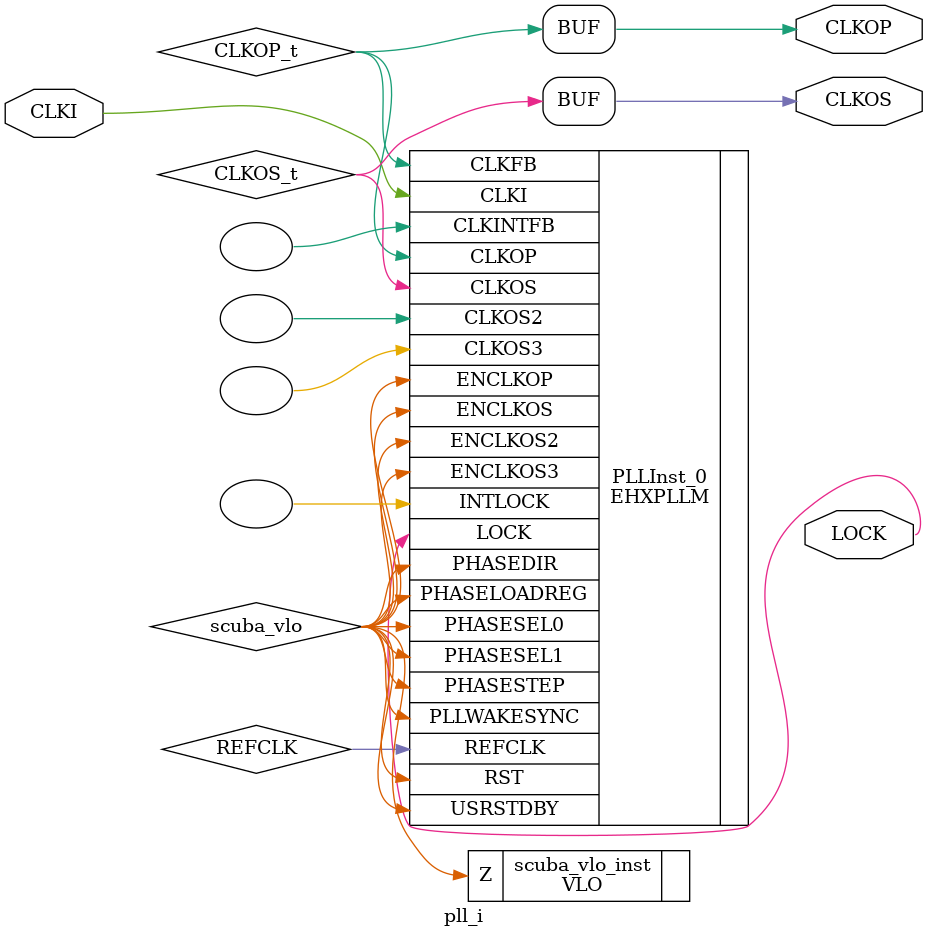
<source format=v>
/* Verilog netlist generated by SCUBA Diamond (64-bit) 3.13.0.56.2 */
/* Module Version: 5.7 */
/* C:\lscc\diamond\3.13\ispfpga\bin\nt64\scuba.exe -w -n pll_i -lang verilog -synth lse -bus_exp 7 -bb -arch sn5w00 -type pll -fin 83 -fclkop 83 -fclkop_tol 0.0 -fclkos 132.8 -fclkos_tol 0.0 -phases 0 -phase_cntl STATIC -lock -fb_mode 1 -bw HIGH -fdc C:/Users/ethanhead/Desktop/gen3-cam-fw/HistoFPGAFw/pll/pll_i/pll_i.fdc  */
/* Fri Oct 25 20:04:01 2024 */


`timescale 1 ns / 1 ps
module pll_i (CLKI, CLKOP, CLKOS, LOCK)/* synthesis NGD_DRC_MASK=1 */;
    input wire CLKI;
    output wire CLKOP;
    output wire CLKOS;
    output wire LOCK;

    wire REFCLK;
    wire CLKOS_t;
    wire CLKOP_t;
    wire scuba_vhi;
    wire scuba_vlo;

    VHI scuba_vhi_inst (.Z(scuba_vhi));

    VLO scuba_vlo_inst (.Z(scuba_vlo));

    defparam PLLInst_0.PLLRST_ENA = "DISABLED" ;
    defparam PLLInst_0.INTFB_WAKE = "DISABLED" ;
    defparam PLLInst_0.STDBY_ENABLE = "DISABLED" ;
    defparam PLLInst_0.DPHASE_SOURCE = "DISABLED" ;
    defparam PLLInst_0.CLKOS3_FPHASE = 0 ;
    defparam PLLInst_0.CLKOS3_CPHASE = 0 ;
    defparam PLLInst_0.CLKOS2_FPHASE = 0 ;
    defparam PLLInst_0.CLKOS2_CPHASE = 0 ;
    defparam PLLInst_0.CLKOS_FPHASE = 0 ;
    defparam PLLInst_0.CLKOS_CPHASE = 4 ;
    defparam PLLInst_0.CLKOP_FPHASE = 0 ;
    defparam PLLInst_0.CLKOP_CPHASE = 7 ;
    defparam PLLInst_0.PLL_LOCK_MODE = 0 ;
    defparam PLLInst_0.CLKOS_TRIM_DELAY = 0 ;
    defparam PLLInst_0.CLKOS_TRIM_POL = "FALLING" ;
    defparam PLLInst_0.CLKOP_TRIM_DELAY = 0 ;
    defparam PLLInst_0.CLKOP_TRIM_POL = "FALLING" ;
    defparam PLLInst_0.OUTDIVIDER_MUXD = "DIVD" ;
    defparam PLLInst_0.CLKOS3_ENABLE = "DISABLED" ;
    defparam PLLInst_0.OUTDIVIDER_MUXC = "DIVC" ;
    defparam PLLInst_0.CLKOS2_ENABLE = "DISABLED" ;
    defparam PLLInst_0.OUTDIVIDER_MUXB = "DIVB" ;
    defparam PLLInst_0.CLKOS_ENABLE = "ENABLED" ;
    defparam PLLInst_0.OUTDIVIDER_MUXA = "DIVA" ;
    defparam PLLInst_0.CLKOP_ENABLE = "ENABLED" ;
    defparam PLLInst_0.CLKOS3_DIV = 1 ;
    defparam PLLInst_0.CLKOS2_DIV = 1 ;
    defparam PLLInst_0.CLKOS_DIV = 5 ;
    defparam PLLInst_0.CLKOP_DIV = 8 ;
    defparam PLLInst_0.CLKFB_DIV = 1 ;
    defparam PLLInst_0.CLKI_DIV = 1 ;
    defparam PLLInst_0.FEEDBK_PATH = "CLKOP" ;
    EHXPLLM PLLInst_0 (.CLKI(CLKI), .CLKFB(CLKOP_t), .PHASESEL1(scuba_vlo), 
        .PHASESEL0(scuba_vlo), .PHASEDIR(scuba_vlo), .PHASESTEP(scuba_vlo), 
        .PHASELOADREG(scuba_vlo), .USRSTDBY(scuba_vlo), .PLLWAKESYNC(scuba_vlo), 
        .RST(scuba_vlo), .ENCLKOP(scuba_vlo), .ENCLKOS(scuba_vlo), .ENCLKOS2(scuba_vlo), 
        .ENCLKOS3(scuba_vlo), .CLKOP(CLKOP_t), .CLKOS(CLKOS_t), .CLKOS2(), 
        .CLKOS3(), .LOCK(LOCK), .INTLOCK(), .REFCLK(REFCLK), .CLKINTFB())
             /* synthesis FREQUENCY_PIN_CLKOS="132.800000" */
             /* synthesis FREQUENCY_PIN_CLKOP="83.000000" */
             /* synthesis FREQUENCY_PIN_CLKI="83.000000" */
             /* synthesis ICP_CURRENT="13" */
             /* synthesis LPF_RESISTOR="16" */;

    assign CLKOS = CLKOS_t;
    assign CLKOP = CLKOP_t;


    // exemplar begin
    // exemplar attribute PLLInst_0 FREQUENCY_PIN_CLKOS 132.800000
    // exemplar attribute PLLInst_0 FREQUENCY_PIN_CLKOP 83.000000
    // exemplar attribute PLLInst_0 FREQUENCY_PIN_CLKI 83.000000
    // exemplar attribute PLLInst_0 ICP_CURRENT 13
    // exemplar attribute PLLInst_0 LPF_RESISTOR 16
    // exemplar end

endmodule

</source>
